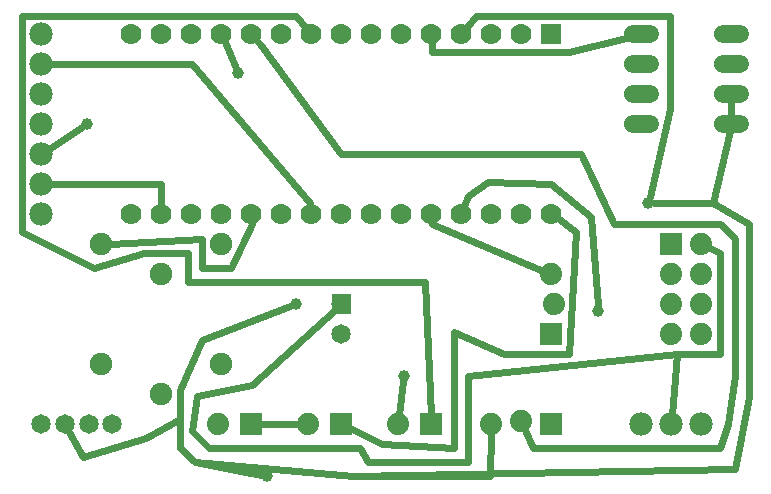
<source format=gtl>
G04 MADE WITH FRITZING*
G04 WWW.FRITZING.ORG*
G04 DOUBLE SIDED*
G04 HOLES PLATED*
G04 CONTOUR ON CENTER OF CONTOUR VECTOR*
%ASAXBY*%
%FSLAX23Y23*%
%MOIN*%
%OFA0B0*%
%SFA1.0B1.0*%
%ADD10C,0.075000*%
%ADD11C,0.039370*%
%ADD12C,0.074000*%
%ADD13C,0.065000*%
%ADD14C,0.058189*%
%ADD15C,0.078000*%
%ADD16C,0.070000*%
%ADD17R,0.074000X0.074000*%
%ADD18R,0.070000X0.069972*%
%ADD19C,0.024000*%
%ADD20R,0.001000X0.001000*%
%LNCOPPER1*%
G90*
G70*
G54D10*
X740Y837D03*
X740Y437D03*
X540Y737D03*
X540Y337D03*
X340Y837D03*
X340Y437D03*
G54D11*
X291Y1239D03*
X1995Y615D03*
X795Y1407D03*
X2163Y975D03*
X987Y639D03*
X1347Y399D03*
X891Y63D03*
G54D12*
X2340Y837D03*
X2340Y737D03*
X2340Y637D03*
X2340Y537D03*
X2240Y837D03*
X2240Y737D03*
X2240Y637D03*
X2240Y537D03*
G54D13*
X140Y237D03*
X219Y237D03*
X298Y237D03*
X376Y237D03*
G54D14*
X2140Y1537D03*
X2140Y1437D03*
X2140Y1337D03*
X2140Y1237D03*
X2440Y1237D03*
X2440Y1337D03*
X2440Y1437D03*
X2440Y1537D03*
G54D12*
X1140Y237D03*
X1030Y237D03*
X1140Y237D03*
X1030Y237D03*
X840Y237D03*
X730Y237D03*
X840Y237D03*
X730Y237D03*
X1440Y237D03*
X1330Y237D03*
X1440Y237D03*
X1330Y237D03*
G54D15*
X2340Y237D03*
X2240Y237D03*
X2140Y237D03*
G54D12*
X1840Y237D03*
X1740Y247D03*
X1640Y237D03*
X1840Y237D03*
X1740Y247D03*
X1640Y237D03*
G54D13*
X1140Y537D03*
X1140Y637D03*
X1140Y537D03*
X1140Y637D03*
G54D12*
X1840Y537D03*
X1850Y637D03*
X1840Y737D03*
X1840Y537D03*
X1850Y637D03*
X1840Y737D03*
G54D15*
X140Y1537D03*
X140Y1437D03*
X140Y1337D03*
X140Y1237D03*
X140Y1137D03*
X140Y1037D03*
X140Y937D03*
G54D16*
X1840Y1537D03*
X1740Y1537D03*
X1640Y1537D03*
X1540Y1537D03*
X1440Y1537D03*
X1340Y1537D03*
X1240Y1537D03*
X1140Y1537D03*
X1040Y1537D03*
X940Y1537D03*
X840Y1537D03*
X740Y1537D03*
X640Y1537D03*
X540Y1537D03*
X440Y1537D03*
X1840Y937D03*
X1740Y937D03*
X1640Y937D03*
X1540Y937D03*
X1440Y937D03*
X1340Y937D03*
X1240Y937D03*
X1140Y937D03*
X1040Y937D03*
X940Y937D03*
X840Y937D03*
X740Y937D03*
X640Y937D03*
X540Y937D03*
X440Y937D03*
G54D17*
X2240Y837D03*
G54D18*
X1840Y1537D03*
G54D19*
X871Y237D02*
X999Y237D01*
D02*
X2087Y1524D02*
X1899Y1479D01*
D02*
X1443Y903D02*
X1811Y749D01*
D02*
X1443Y908D02*
X1443Y903D01*
D02*
X1443Y1479D02*
X1442Y1507D01*
D02*
X1899Y1479D02*
X1443Y1479D01*
D02*
X843Y903D02*
X771Y759D01*
D02*
X843Y908D02*
X843Y903D01*
D02*
X675Y855D02*
X369Y838D01*
D02*
X675Y759D02*
X675Y855D01*
D02*
X771Y759D02*
X675Y759D01*
D02*
X275Y1228D02*
X165Y1153D01*
D02*
X641Y1436D02*
X1035Y975D01*
D02*
X170Y1436D02*
X641Y1436D01*
D02*
X1035Y975D02*
X1036Y965D01*
D02*
X170Y1037D02*
X540Y1036D01*
D02*
X483Y807D02*
X315Y759D01*
D02*
X627Y807D02*
X483Y807D01*
D02*
X627Y711D02*
X627Y807D01*
D02*
X1419Y711D02*
X627Y711D01*
D02*
X1439Y268D02*
X1419Y711D01*
D02*
X540Y1036D02*
X540Y966D01*
D02*
X987Y1599D02*
X1021Y1559D01*
D02*
X75Y1599D02*
X987Y1599D01*
D02*
X75Y879D02*
X75Y1599D01*
D02*
X315Y759D02*
X75Y879D01*
D02*
X1515Y543D02*
X1683Y471D01*
D02*
X1515Y159D02*
X1515Y543D01*
D02*
X1275Y171D02*
X1515Y159D01*
D02*
X1168Y223D02*
X1275Y171D01*
D02*
X1923Y879D02*
X1864Y920D01*
D02*
X1899Y471D02*
X1923Y879D01*
D02*
X1683Y471D02*
X1899Y471D01*
D02*
X2259Y471D02*
X2243Y267D01*
D02*
X2403Y471D02*
X2259Y471D01*
D02*
X2403Y807D02*
X2403Y471D01*
D02*
X2368Y823D02*
X2403Y807D01*
D02*
X843Y366D02*
X659Y331D01*
D02*
X659Y331D02*
X642Y213D01*
D02*
X642Y213D02*
X699Y159D01*
D02*
X1122Y620D02*
X843Y366D01*
D02*
X1563Y399D02*
X2259Y471D01*
D02*
X1563Y111D02*
X1563Y399D01*
D02*
X1227Y111D02*
X1563Y111D01*
D02*
X1203Y159D02*
X1227Y111D01*
D02*
X699Y159D02*
X1203Y159D01*
D02*
X1840Y1036D02*
X1971Y927D01*
D02*
X1629Y1044D02*
X1840Y1036D01*
D02*
X1563Y999D02*
X1629Y1044D01*
D02*
X1550Y964D02*
X1563Y999D01*
D02*
X1140Y1137D02*
X1939Y1137D01*
D02*
X867Y1503D02*
X1140Y1137D01*
D02*
X858Y1514D02*
X867Y1503D01*
D02*
X1971Y927D02*
X1994Y634D01*
D02*
X2050Y903D02*
X2403Y903D01*
D02*
X1939Y1137D02*
X2050Y903D01*
D02*
X1779Y159D02*
X1753Y218D01*
D02*
X2403Y159D02*
X1779Y159D01*
D02*
X2429Y239D02*
X2403Y159D01*
D02*
X2438Y309D02*
X2429Y239D01*
D02*
X2451Y399D02*
X2438Y309D01*
D02*
X2451Y855D02*
X2451Y399D01*
D02*
X2429Y880D02*
X2451Y855D01*
D02*
X2403Y903D02*
X2429Y880D01*
D02*
X788Y1424D02*
X751Y1510D01*
D02*
X2440Y1313D02*
X2440Y1260D01*
D02*
X2379Y975D02*
X2435Y1213D01*
D02*
X2182Y975D02*
X2379Y975D01*
D02*
X969Y632D02*
X675Y519D01*
D02*
X603Y159D02*
X651Y111D01*
D02*
X603Y351D02*
X603Y159D01*
D02*
X675Y519D02*
X603Y351D01*
D02*
X2499Y327D02*
X2499Y903D01*
D02*
X2451Y87D02*
X2499Y327D01*
D02*
X1179Y63D02*
X2451Y87D01*
D02*
X651Y111D02*
X1179Y63D01*
D02*
X2499Y903D02*
X2379Y975D01*
D02*
X1635Y63D02*
X1179Y63D01*
D02*
X1639Y205D02*
X1635Y63D01*
D02*
X1333Y267D02*
X1345Y380D01*
D02*
X1558Y1560D02*
X1587Y1599D01*
D02*
X2235Y1287D02*
X2167Y993D01*
D02*
X2235Y1599D02*
X2235Y1287D01*
D02*
X1587Y1599D02*
X2235Y1599D01*
D02*
X872Y67D02*
X651Y111D01*
D02*
X230Y216D02*
X279Y128D01*
D02*
X603Y255D02*
X603Y351D01*
D02*
X489Y192D02*
X603Y255D01*
D02*
X279Y128D02*
X489Y192D01*
G54D20*
X2105Y1566D02*
X2174Y1566D01*
X2405Y1566D02*
X2474Y1566D01*
X2102Y1565D02*
X2178Y1565D01*
X2402Y1565D02*
X2478Y1565D01*
X2099Y1564D02*
X2180Y1564D01*
X2399Y1564D02*
X2480Y1564D01*
X2097Y1563D02*
X2182Y1563D01*
X2397Y1563D02*
X2482Y1563D01*
X2095Y1562D02*
X2184Y1562D01*
X2395Y1562D02*
X2484Y1562D01*
X2094Y1561D02*
X2185Y1561D01*
X2394Y1561D02*
X2485Y1561D01*
X2093Y1560D02*
X2187Y1560D01*
X2393Y1560D02*
X2487Y1560D01*
X2091Y1559D02*
X2188Y1559D01*
X2391Y1559D02*
X2488Y1559D01*
X2090Y1558D02*
X2189Y1558D01*
X2390Y1558D02*
X2489Y1558D01*
X2089Y1557D02*
X2190Y1557D01*
X2389Y1557D02*
X2490Y1557D01*
X2089Y1556D02*
X2135Y1556D01*
X2145Y1556D02*
X2191Y1556D01*
X2389Y1556D02*
X2435Y1556D01*
X2445Y1556D02*
X2491Y1556D01*
X2088Y1555D02*
X2132Y1555D01*
X2148Y1555D02*
X2191Y1555D01*
X2388Y1555D02*
X2432Y1555D01*
X2448Y1555D02*
X2491Y1555D01*
X2087Y1554D02*
X2130Y1554D01*
X2149Y1554D02*
X2192Y1554D01*
X2387Y1554D02*
X2430Y1554D01*
X2449Y1554D02*
X2492Y1554D01*
X2086Y1553D02*
X2128Y1553D01*
X2151Y1553D02*
X2193Y1553D01*
X2386Y1553D02*
X2428Y1553D01*
X2451Y1553D02*
X2493Y1553D01*
X2086Y1552D02*
X2127Y1552D01*
X2152Y1552D02*
X2193Y1552D01*
X2386Y1552D02*
X2427Y1552D01*
X2452Y1552D02*
X2493Y1552D01*
X2085Y1551D02*
X2126Y1551D01*
X2154Y1551D02*
X2194Y1551D01*
X2385Y1551D02*
X2426Y1551D01*
X2453Y1551D02*
X2494Y1551D01*
X2085Y1550D02*
X2125Y1550D01*
X2154Y1550D02*
X2194Y1550D01*
X2385Y1550D02*
X2425Y1550D01*
X2454Y1550D02*
X2494Y1550D01*
X2084Y1549D02*
X2124Y1549D01*
X2155Y1549D02*
X2195Y1549D01*
X2384Y1549D02*
X2424Y1549D01*
X2455Y1549D02*
X2495Y1549D01*
X2084Y1548D02*
X2123Y1548D01*
X2156Y1548D02*
X2195Y1548D01*
X2384Y1548D02*
X2423Y1548D01*
X2456Y1548D02*
X2495Y1548D01*
X2083Y1547D02*
X2123Y1547D01*
X2157Y1547D02*
X2196Y1547D01*
X2383Y1547D02*
X2423Y1547D01*
X2457Y1547D02*
X2496Y1547D01*
X2083Y1546D02*
X2122Y1546D01*
X2157Y1546D02*
X2196Y1546D01*
X2383Y1546D02*
X2422Y1546D01*
X2457Y1546D02*
X2496Y1546D01*
X2083Y1545D02*
X2122Y1545D01*
X2158Y1545D02*
X2196Y1545D01*
X2383Y1545D02*
X2422Y1545D01*
X2458Y1545D02*
X2496Y1545D01*
X2083Y1544D02*
X2121Y1544D01*
X2158Y1544D02*
X2197Y1544D01*
X2383Y1544D02*
X2421Y1544D01*
X2458Y1544D02*
X2496Y1544D01*
X2082Y1543D02*
X2121Y1543D01*
X2158Y1543D02*
X2197Y1543D01*
X2382Y1543D02*
X2421Y1543D01*
X2458Y1543D02*
X2497Y1543D01*
X2082Y1542D02*
X2121Y1542D01*
X2159Y1542D02*
X2197Y1542D01*
X2382Y1542D02*
X2421Y1542D01*
X2459Y1542D02*
X2497Y1542D01*
X2082Y1541D02*
X2120Y1541D01*
X2159Y1541D02*
X2197Y1541D01*
X2382Y1541D02*
X2420Y1541D01*
X2459Y1541D02*
X2497Y1541D01*
X2082Y1540D02*
X2120Y1540D01*
X2159Y1540D02*
X2197Y1540D01*
X2382Y1540D02*
X2420Y1540D01*
X2459Y1540D02*
X2497Y1540D01*
X2082Y1539D02*
X2120Y1539D01*
X2159Y1539D02*
X2197Y1539D01*
X2382Y1539D02*
X2420Y1539D01*
X2459Y1539D02*
X2497Y1539D01*
X2082Y1538D02*
X2120Y1538D01*
X2159Y1538D02*
X2197Y1538D01*
X2382Y1538D02*
X2420Y1538D01*
X2459Y1538D02*
X2497Y1538D01*
X2082Y1537D02*
X2120Y1537D01*
X2159Y1537D02*
X2197Y1537D01*
X2382Y1537D02*
X2420Y1537D01*
X2459Y1537D02*
X2497Y1537D01*
X2082Y1536D02*
X2120Y1536D01*
X2159Y1536D02*
X2197Y1536D01*
X2382Y1536D02*
X2420Y1536D01*
X2459Y1536D02*
X2497Y1536D01*
X2082Y1535D02*
X2120Y1535D01*
X2159Y1535D02*
X2197Y1535D01*
X2382Y1535D02*
X2420Y1535D01*
X2459Y1535D02*
X2497Y1535D01*
X2082Y1534D02*
X2120Y1534D01*
X2159Y1534D02*
X2197Y1534D01*
X2382Y1534D02*
X2420Y1534D01*
X2459Y1534D02*
X2497Y1534D01*
X2082Y1533D02*
X2121Y1533D01*
X2159Y1533D02*
X2197Y1533D01*
X2382Y1533D02*
X2421Y1533D01*
X2459Y1533D02*
X2497Y1533D01*
X2082Y1532D02*
X2121Y1532D01*
X2158Y1532D02*
X2197Y1532D01*
X2382Y1532D02*
X2421Y1532D01*
X2458Y1532D02*
X2497Y1532D01*
X2083Y1531D02*
X2121Y1531D01*
X2158Y1531D02*
X2197Y1531D01*
X2383Y1531D02*
X2421Y1531D01*
X2458Y1531D02*
X2496Y1531D01*
X2083Y1530D02*
X2122Y1530D01*
X2158Y1530D02*
X2196Y1530D01*
X2383Y1530D02*
X2422Y1530D01*
X2458Y1530D02*
X2496Y1530D01*
X2083Y1529D02*
X2122Y1529D01*
X2157Y1529D02*
X2196Y1529D01*
X2383Y1529D02*
X2422Y1529D01*
X2457Y1529D02*
X2496Y1529D01*
X2083Y1528D02*
X2123Y1528D01*
X2157Y1528D02*
X2196Y1528D01*
X2383Y1528D02*
X2423Y1528D01*
X2457Y1528D02*
X2496Y1528D01*
X2084Y1527D02*
X2123Y1527D01*
X2156Y1527D02*
X2195Y1527D01*
X2384Y1527D02*
X2423Y1527D01*
X2456Y1527D02*
X2495Y1527D01*
X2084Y1526D02*
X2124Y1526D01*
X2155Y1526D02*
X2195Y1526D01*
X2384Y1526D02*
X2424Y1526D01*
X2455Y1526D02*
X2495Y1526D01*
X2085Y1525D02*
X2125Y1525D01*
X2154Y1525D02*
X2194Y1525D01*
X2385Y1525D02*
X2425Y1525D01*
X2454Y1525D02*
X2494Y1525D01*
X2085Y1524D02*
X2126Y1524D01*
X2154Y1524D02*
X2194Y1524D01*
X2385Y1524D02*
X2426Y1524D01*
X2454Y1524D02*
X2494Y1524D01*
X2086Y1523D02*
X2127Y1523D01*
X2152Y1523D02*
X2193Y1523D01*
X2386Y1523D02*
X2427Y1523D01*
X2452Y1523D02*
X2493Y1523D01*
X2086Y1522D02*
X2128Y1522D01*
X2151Y1522D02*
X2193Y1522D01*
X2386Y1522D02*
X2428Y1522D01*
X2451Y1522D02*
X2493Y1522D01*
X2087Y1521D02*
X2130Y1521D01*
X2150Y1521D02*
X2192Y1521D01*
X2387Y1521D02*
X2430Y1521D01*
X2450Y1521D02*
X2492Y1521D01*
X2088Y1520D02*
X2132Y1520D01*
X2148Y1520D02*
X2191Y1520D01*
X2388Y1520D02*
X2431Y1520D01*
X2448Y1520D02*
X2491Y1520D01*
X2089Y1519D02*
X2135Y1519D01*
X2145Y1519D02*
X2191Y1519D01*
X2389Y1519D02*
X2435Y1519D01*
X2445Y1519D02*
X2491Y1519D01*
X2089Y1518D02*
X2190Y1518D01*
X2389Y1518D02*
X2490Y1518D01*
X2090Y1517D02*
X2189Y1517D01*
X2390Y1517D02*
X2489Y1517D01*
X2091Y1516D02*
X2188Y1516D01*
X2391Y1516D02*
X2488Y1516D01*
X2093Y1515D02*
X2187Y1515D01*
X2393Y1515D02*
X2487Y1515D01*
X2094Y1514D02*
X2185Y1514D01*
X2394Y1514D02*
X2485Y1514D01*
X2095Y1513D02*
X2184Y1513D01*
X2395Y1513D02*
X2484Y1513D01*
X2097Y1512D02*
X2182Y1512D01*
X2397Y1512D02*
X2482Y1512D01*
X2099Y1511D02*
X2180Y1511D01*
X2399Y1511D02*
X2480Y1511D01*
X2102Y1510D02*
X2178Y1510D01*
X2402Y1510D02*
X2478Y1510D01*
X2105Y1509D02*
X2174Y1509D01*
X2405Y1509D02*
X2474Y1509D01*
X2105Y1466D02*
X2174Y1466D01*
X2405Y1466D02*
X2474Y1466D01*
X2101Y1465D02*
X2178Y1465D01*
X2401Y1465D02*
X2478Y1465D01*
X2099Y1464D02*
X2180Y1464D01*
X2399Y1464D02*
X2480Y1464D01*
X2097Y1463D02*
X2182Y1463D01*
X2397Y1463D02*
X2482Y1463D01*
X2095Y1462D02*
X2184Y1462D01*
X2395Y1462D02*
X2484Y1462D01*
X2094Y1461D02*
X2185Y1461D01*
X2394Y1461D02*
X2485Y1461D01*
X2093Y1460D02*
X2187Y1460D01*
X2393Y1460D02*
X2487Y1460D01*
X2091Y1459D02*
X2188Y1459D01*
X2391Y1459D02*
X2488Y1459D01*
X2090Y1458D02*
X2189Y1458D01*
X2390Y1458D02*
X2489Y1458D01*
X2089Y1457D02*
X2190Y1457D01*
X2389Y1457D02*
X2490Y1457D01*
X2089Y1456D02*
X2135Y1456D01*
X2145Y1456D02*
X2191Y1456D01*
X2389Y1456D02*
X2435Y1456D01*
X2445Y1456D02*
X2491Y1456D01*
X2088Y1455D02*
X2131Y1455D01*
X2148Y1455D02*
X2191Y1455D01*
X2388Y1455D02*
X2431Y1455D01*
X2448Y1455D02*
X2491Y1455D01*
X2087Y1454D02*
X2130Y1454D01*
X2150Y1454D02*
X2192Y1454D01*
X2387Y1454D02*
X2430Y1454D01*
X2450Y1454D02*
X2492Y1454D01*
X2086Y1453D02*
X2128Y1453D01*
X2151Y1453D02*
X2193Y1453D01*
X2386Y1453D02*
X2428Y1453D01*
X2451Y1453D02*
X2493Y1453D01*
X2086Y1452D02*
X2127Y1452D01*
X2152Y1452D02*
X2193Y1452D01*
X2386Y1452D02*
X2427Y1452D01*
X2452Y1452D02*
X2493Y1452D01*
X2085Y1451D02*
X2126Y1451D01*
X2154Y1451D02*
X2194Y1451D01*
X2385Y1451D02*
X2426Y1451D01*
X2454Y1451D02*
X2494Y1451D01*
X2085Y1450D02*
X2125Y1450D01*
X2154Y1450D02*
X2194Y1450D01*
X2385Y1450D02*
X2425Y1450D01*
X2454Y1450D02*
X2494Y1450D01*
X2084Y1449D02*
X2124Y1449D01*
X2155Y1449D02*
X2195Y1449D01*
X2384Y1449D02*
X2424Y1449D01*
X2455Y1449D02*
X2495Y1449D01*
X2084Y1448D02*
X2123Y1448D01*
X2156Y1448D02*
X2195Y1448D01*
X2384Y1448D02*
X2423Y1448D01*
X2456Y1448D02*
X2495Y1448D01*
X2083Y1447D02*
X2123Y1447D01*
X2157Y1447D02*
X2196Y1447D01*
X2383Y1447D02*
X2423Y1447D01*
X2457Y1447D02*
X2496Y1447D01*
X2083Y1446D02*
X2122Y1446D01*
X2157Y1446D02*
X2196Y1446D01*
X2383Y1446D02*
X2422Y1446D01*
X2457Y1446D02*
X2496Y1446D01*
X2083Y1445D02*
X2122Y1445D01*
X2158Y1445D02*
X2196Y1445D01*
X2383Y1445D02*
X2422Y1445D01*
X2458Y1445D02*
X2496Y1445D01*
X2083Y1444D02*
X2121Y1444D01*
X2158Y1444D02*
X2197Y1444D01*
X2383Y1444D02*
X2421Y1444D01*
X2458Y1444D02*
X2496Y1444D01*
X2082Y1443D02*
X2121Y1443D01*
X2158Y1443D02*
X2197Y1443D01*
X2382Y1443D02*
X2421Y1443D01*
X2458Y1443D02*
X2497Y1443D01*
X2082Y1442D02*
X2121Y1442D01*
X2159Y1442D02*
X2197Y1442D01*
X2382Y1442D02*
X2421Y1442D01*
X2459Y1442D02*
X2497Y1442D01*
X2082Y1441D02*
X2120Y1441D01*
X2159Y1441D02*
X2197Y1441D01*
X2382Y1441D02*
X2420Y1441D01*
X2459Y1441D02*
X2497Y1441D01*
X2082Y1440D02*
X2120Y1440D01*
X2159Y1440D02*
X2197Y1440D01*
X2382Y1440D02*
X2420Y1440D01*
X2459Y1440D02*
X2497Y1440D01*
X2082Y1439D02*
X2120Y1439D01*
X2159Y1439D02*
X2197Y1439D01*
X2382Y1439D02*
X2420Y1439D01*
X2459Y1439D02*
X2497Y1439D01*
X2082Y1438D02*
X2120Y1438D01*
X2159Y1438D02*
X2197Y1438D01*
X2382Y1438D02*
X2420Y1438D01*
X2459Y1438D02*
X2497Y1438D01*
X2082Y1437D02*
X2120Y1437D01*
X2159Y1437D02*
X2197Y1437D01*
X2382Y1437D02*
X2420Y1437D01*
X2459Y1437D02*
X2497Y1437D01*
X2082Y1436D02*
X2120Y1436D01*
X2159Y1436D02*
X2197Y1436D01*
X2382Y1436D02*
X2420Y1436D01*
X2459Y1436D02*
X2497Y1436D01*
X2082Y1435D02*
X2120Y1435D01*
X2159Y1435D02*
X2197Y1435D01*
X2382Y1435D02*
X2420Y1435D01*
X2459Y1435D02*
X2497Y1435D01*
X2082Y1434D02*
X2120Y1434D01*
X2159Y1434D02*
X2197Y1434D01*
X2382Y1434D02*
X2420Y1434D01*
X2459Y1434D02*
X2497Y1434D01*
X2082Y1433D02*
X2121Y1433D01*
X2159Y1433D02*
X2197Y1433D01*
X2382Y1433D02*
X2421Y1433D01*
X2459Y1433D02*
X2497Y1433D01*
X2082Y1432D02*
X2121Y1432D01*
X2158Y1432D02*
X2197Y1432D01*
X2382Y1432D02*
X2421Y1432D01*
X2458Y1432D02*
X2497Y1432D01*
X2083Y1431D02*
X2121Y1431D01*
X2158Y1431D02*
X2197Y1431D01*
X2383Y1431D02*
X2421Y1431D01*
X2458Y1431D02*
X2496Y1431D01*
X2083Y1430D02*
X2122Y1430D01*
X2158Y1430D02*
X2196Y1430D01*
X2383Y1430D02*
X2422Y1430D01*
X2458Y1430D02*
X2496Y1430D01*
X2083Y1429D02*
X2122Y1429D01*
X2157Y1429D02*
X2196Y1429D01*
X2383Y1429D02*
X2422Y1429D01*
X2457Y1429D02*
X2496Y1429D01*
X2084Y1428D02*
X2123Y1428D01*
X2157Y1428D02*
X2196Y1428D01*
X2383Y1428D02*
X2423Y1428D01*
X2457Y1428D02*
X2496Y1428D01*
X2084Y1427D02*
X2123Y1427D01*
X2156Y1427D02*
X2195Y1427D01*
X2384Y1427D02*
X2423Y1427D01*
X2456Y1427D02*
X2495Y1427D01*
X2084Y1426D02*
X2124Y1426D01*
X2155Y1426D02*
X2195Y1426D01*
X2384Y1426D02*
X2424Y1426D01*
X2455Y1426D02*
X2495Y1426D01*
X2085Y1425D02*
X2125Y1425D01*
X2154Y1425D02*
X2194Y1425D01*
X2385Y1425D02*
X2425Y1425D01*
X2454Y1425D02*
X2494Y1425D01*
X2085Y1424D02*
X2126Y1424D01*
X2153Y1424D02*
X2194Y1424D01*
X2385Y1424D02*
X2426Y1424D01*
X2453Y1424D02*
X2494Y1424D01*
X2086Y1423D02*
X2127Y1423D01*
X2152Y1423D02*
X2193Y1423D01*
X2386Y1423D02*
X2427Y1423D01*
X2452Y1423D02*
X2493Y1423D01*
X2086Y1422D02*
X2128Y1422D01*
X2151Y1422D02*
X2193Y1422D01*
X2386Y1422D02*
X2428Y1422D01*
X2451Y1422D02*
X2493Y1422D01*
X2087Y1421D02*
X2130Y1421D01*
X2149Y1421D02*
X2192Y1421D01*
X2387Y1421D02*
X2430Y1421D01*
X2449Y1421D02*
X2492Y1421D01*
X2088Y1420D02*
X2132Y1420D01*
X2148Y1420D02*
X2191Y1420D01*
X2388Y1420D02*
X2432Y1420D01*
X2448Y1420D02*
X2491Y1420D01*
X2089Y1419D02*
X2135Y1419D01*
X2144Y1419D02*
X2191Y1419D01*
X2389Y1419D02*
X2435Y1419D01*
X2444Y1419D02*
X2491Y1419D01*
X2089Y1418D02*
X2190Y1418D01*
X2389Y1418D02*
X2490Y1418D01*
X2090Y1417D02*
X2189Y1417D01*
X2390Y1417D02*
X2489Y1417D01*
X2091Y1416D02*
X2188Y1416D01*
X2391Y1416D02*
X2488Y1416D01*
X2093Y1415D02*
X2187Y1415D01*
X2393Y1415D02*
X2487Y1415D01*
X2094Y1414D02*
X2185Y1414D01*
X2394Y1414D02*
X2485Y1414D01*
X2095Y1413D02*
X2184Y1413D01*
X2395Y1413D02*
X2484Y1413D01*
X2097Y1412D02*
X2182Y1412D01*
X2397Y1412D02*
X2482Y1412D01*
X2099Y1411D02*
X2180Y1411D01*
X2399Y1411D02*
X2480Y1411D01*
X2102Y1410D02*
X2178Y1410D01*
X2402Y1410D02*
X2478Y1410D01*
X2105Y1409D02*
X2174Y1409D01*
X2405Y1409D02*
X2474Y1409D01*
X2105Y1366D02*
X2174Y1366D01*
X2405Y1366D02*
X2474Y1366D01*
X2101Y1365D02*
X2178Y1365D01*
X2401Y1365D02*
X2478Y1365D01*
X2099Y1364D02*
X2180Y1364D01*
X2399Y1364D02*
X2480Y1364D01*
X2097Y1363D02*
X2182Y1363D01*
X2397Y1363D02*
X2482Y1363D01*
X2095Y1362D02*
X2184Y1362D01*
X2395Y1362D02*
X2484Y1362D01*
X2094Y1361D02*
X2185Y1361D01*
X2394Y1361D02*
X2485Y1361D01*
X2092Y1360D02*
X2187Y1360D01*
X2392Y1360D02*
X2487Y1360D01*
X2091Y1359D02*
X2188Y1359D01*
X2391Y1359D02*
X2488Y1359D01*
X2090Y1358D02*
X2189Y1358D01*
X2390Y1358D02*
X2489Y1358D01*
X2089Y1357D02*
X2190Y1357D01*
X2389Y1357D02*
X2490Y1357D01*
X2088Y1356D02*
X2134Y1356D01*
X2145Y1356D02*
X2191Y1356D01*
X2388Y1356D02*
X2434Y1356D01*
X2445Y1356D02*
X2491Y1356D01*
X2088Y1355D02*
X2131Y1355D01*
X2148Y1355D02*
X2191Y1355D01*
X2388Y1355D02*
X2431Y1355D01*
X2448Y1355D02*
X2491Y1355D01*
X2087Y1354D02*
X2130Y1354D01*
X2150Y1354D02*
X2192Y1354D01*
X2387Y1354D02*
X2430Y1354D01*
X2450Y1354D02*
X2492Y1354D01*
X2086Y1353D02*
X2128Y1353D01*
X2151Y1353D02*
X2193Y1353D01*
X2386Y1353D02*
X2428Y1353D01*
X2451Y1353D02*
X2493Y1353D01*
X2086Y1352D02*
X2127Y1352D01*
X2152Y1352D02*
X2193Y1352D01*
X2386Y1352D02*
X2427Y1352D01*
X2452Y1352D02*
X2493Y1352D01*
X2085Y1351D02*
X2126Y1351D01*
X2154Y1351D02*
X2194Y1351D01*
X2385Y1351D02*
X2426Y1351D01*
X2454Y1351D02*
X2494Y1351D01*
X2085Y1350D02*
X2125Y1350D01*
X2154Y1350D02*
X2194Y1350D01*
X2385Y1350D02*
X2425Y1350D01*
X2454Y1350D02*
X2494Y1350D01*
X2084Y1349D02*
X2124Y1349D01*
X2155Y1349D02*
X2195Y1349D01*
X2384Y1349D02*
X2424Y1349D01*
X2455Y1349D02*
X2495Y1349D01*
X2084Y1348D02*
X2123Y1348D01*
X2156Y1348D02*
X2195Y1348D01*
X2384Y1348D02*
X2423Y1348D01*
X2456Y1348D02*
X2495Y1348D01*
X2083Y1347D02*
X2123Y1347D01*
X2157Y1347D02*
X2196Y1347D01*
X2383Y1347D02*
X2423Y1347D01*
X2457Y1347D02*
X2496Y1347D01*
X2083Y1346D02*
X2122Y1346D01*
X2157Y1346D02*
X2196Y1346D01*
X2383Y1346D02*
X2422Y1346D01*
X2457Y1346D02*
X2496Y1346D01*
X2083Y1345D02*
X2122Y1345D01*
X2158Y1345D02*
X2196Y1345D01*
X2383Y1345D02*
X2422Y1345D01*
X2458Y1345D02*
X2496Y1345D01*
X2083Y1344D02*
X2121Y1344D01*
X2158Y1344D02*
X2197Y1344D01*
X2383Y1344D02*
X2421Y1344D01*
X2458Y1344D02*
X2497Y1344D01*
X2082Y1343D02*
X2121Y1343D01*
X2158Y1343D02*
X2197Y1343D01*
X2382Y1343D02*
X2421Y1343D01*
X2458Y1343D02*
X2497Y1343D01*
X2082Y1342D02*
X2121Y1342D01*
X2159Y1342D02*
X2197Y1342D01*
X2382Y1342D02*
X2421Y1342D01*
X2459Y1342D02*
X2497Y1342D01*
X2082Y1341D02*
X2120Y1341D01*
X2159Y1341D02*
X2197Y1341D01*
X2382Y1341D02*
X2420Y1341D01*
X2459Y1341D02*
X2497Y1341D01*
X2082Y1340D02*
X2120Y1340D01*
X2159Y1340D02*
X2197Y1340D01*
X2382Y1340D02*
X2420Y1340D01*
X2459Y1340D02*
X2497Y1340D01*
X2082Y1339D02*
X2120Y1339D01*
X2159Y1339D02*
X2197Y1339D01*
X2382Y1339D02*
X2420Y1339D01*
X2459Y1339D02*
X2497Y1339D01*
X2082Y1338D02*
X2120Y1338D01*
X2159Y1338D02*
X2197Y1338D01*
X2382Y1338D02*
X2420Y1338D01*
X2459Y1338D02*
X2497Y1338D01*
X2082Y1337D02*
X2120Y1337D01*
X2159Y1337D02*
X2197Y1337D01*
X2382Y1337D02*
X2420Y1337D01*
X2459Y1337D02*
X2497Y1337D01*
X2082Y1336D02*
X2120Y1336D01*
X2159Y1336D02*
X2197Y1336D01*
X2382Y1336D02*
X2420Y1336D01*
X2459Y1336D02*
X2497Y1336D01*
X2082Y1335D02*
X2120Y1335D01*
X2159Y1335D02*
X2197Y1335D01*
X2382Y1335D02*
X2420Y1335D01*
X2459Y1335D02*
X2497Y1335D01*
X2082Y1334D02*
X2120Y1334D01*
X2159Y1334D02*
X2197Y1334D01*
X2382Y1334D02*
X2420Y1334D01*
X2459Y1334D02*
X2497Y1334D01*
X2082Y1333D02*
X2121Y1333D01*
X2159Y1333D02*
X2197Y1333D01*
X2382Y1333D02*
X2421Y1333D01*
X2459Y1333D02*
X2497Y1333D01*
X2082Y1332D02*
X2121Y1332D01*
X2158Y1332D02*
X2197Y1332D01*
X2382Y1332D02*
X2421Y1332D01*
X2458Y1332D02*
X2497Y1332D01*
X2083Y1331D02*
X2121Y1331D01*
X2158Y1331D02*
X2196Y1331D01*
X2383Y1331D02*
X2421Y1331D01*
X2458Y1331D02*
X2496Y1331D01*
X2083Y1330D02*
X2122Y1330D01*
X2158Y1330D02*
X2196Y1330D01*
X2383Y1330D02*
X2422Y1330D01*
X2458Y1330D02*
X2496Y1330D01*
X2083Y1329D02*
X2122Y1329D01*
X2157Y1329D02*
X2196Y1329D01*
X2383Y1329D02*
X2422Y1329D01*
X2457Y1329D02*
X2496Y1329D01*
X2084Y1328D02*
X2123Y1328D01*
X2157Y1328D02*
X2196Y1328D01*
X2384Y1328D02*
X2423Y1328D01*
X2456Y1328D02*
X2496Y1328D01*
X2084Y1327D02*
X2123Y1327D01*
X2156Y1327D02*
X2195Y1327D01*
X2384Y1327D02*
X2423Y1327D01*
X2456Y1327D02*
X2495Y1327D01*
X2084Y1326D02*
X2124Y1326D01*
X2155Y1326D02*
X2195Y1326D01*
X2384Y1326D02*
X2424Y1326D01*
X2455Y1326D02*
X2495Y1326D01*
X2085Y1325D02*
X2125Y1325D01*
X2154Y1325D02*
X2194Y1325D01*
X2385Y1325D02*
X2425Y1325D01*
X2454Y1325D02*
X2494Y1325D01*
X2085Y1324D02*
X2126Y1324D01*
X2153Y1324D02*
X2194Y1324D01*
X2385Y1324D02*
X2426Y1324D01*
X2453Y1324D02*
X2494Y1324D01*
X2086Y1323D02*
X2127Y1323D01*
X2152Y1323D02*
X2193Y1323D01*
X2386Y1323D02*
X2427Y1323D01*
X2452Y1323D02*
X2493Y1323D01*
X2086Y1322D02*
X2128Y1322D01*
X2151Y1322D02*
X2193Y1322D01*
X2386Y1322D02*
X2428Y1322D01*
X2451Y1322D02*
X2493Y1322D01*
X2087Y1321D02*
X2130Y1321D01*
X2149Y1321D02*
X2192Y1321D01*
X2387Y1321D02*
X2430Y1321D01*
X2449Y1321D02*
X2492Y1321D01*
X2088Y1320D02*
X2132Y1320D01*
X2147Y1320D02*
X2191Y1320D01*
X2388Y1320D02*
X2432Y1320D01*
X2447Y1320D02*
X2491Y1320D01*
X2089Y1319D02*
X2135Y1319D01*
X2144Y1319D02*
X2191Y1319D01*
X2389Y1319D02*
X2435Y1319D01*
X2444Y1319D02*
X2491Y1319D01*
X2089Y1318D02*
X2190Y1318D01*
X2389Y1318D02*
X2490Y1318D01*
X2090Y1317D02*
X2189Y1317D01*
X2390Y1317D02*
X2489Y1317D01*
X2091Y1316D02*
X2188Y1316D01*
X2391Y1316D02*
X2488Y1316D01*
X2093Y1315D02*
X2187Y1315D01*
X2393Y1315D02*
X2487Y1315D01*
X2094Y1314D02*
X2185Y1314D01*
X2394Y1314D02*
X2485Y1314D01*
X2095Y1313D02*
X2184Y1313D01*
X2395Y1313D02*
X2484Y1313D01*
X2097Y1312D02*
X2182Y1312D01*
X2397Y1312D02*
X2482Y1312D01*
X2099Y1311D02*
X2180Y1311D01*
X2399Y1311D02*
X2480Y1311D01*
X2102Y1310D02*
X2177Y1310D01*
X2402Y1310D02*
X2477Y1310D01*
X2106Y1309D02*
X2174Y1309D01*
X2406Y1309D02*
X2474Y1309D01*
X2105Y1266D02*
X2174Y1266D01*
X2405Y1266D02*
X2474Y1266D01*
X2101Y1265D02*
X2178Y1265D01*
X2401Y1265D02*
X2478Y1265D01*
X2099Y1264D02*
X2180Y1264D01*
X2399Y1264D02*
X2480Y1264D01*
X2097Y1263D02*
X2182Y1263D01*
X2397Y1263D02*
X2482Y1263D01*
X2095Y1262D02*
X2184Y1262D01*
X2395Y1262D02*
X2484Y1262D01*
X2094Y1261D02*
X2185Y1261D01*
X2394Y1261D02*
X2485Y1261D01*
X2092Y1260D02*
X2187Y1260D01*
X2392Y1260D02*
X2487Y1260D01*
X2091Y1259D02*
X2188Y1259D01*
X2391Y1259D02*
X2488Y1259D01*
X2090Y1258D02*
X2189Y1258D01*
X2390Y1258D02*
X2489Y1258D01*
X2089Y1257D02*
X2190Y1257D01*
X2389Y1257D02*
X2490Y1257D01*
X2088Y1256D02*
X2134Y1256D01*
X2145Y1256D02*
X2191Y1256D01*
X2388Y1256D02*
X2434Y1256D01*
X2445Y1256D02*
X2491Y1256D01*
X2088Y1255D02*
X2131Y1255D01*
X2148Y1255D02*
X2191Y1255D01*
X2388Y1255D02*
X2431Y1255D01*
X2448Y1255D02*
X2491Y1255D01*
X2087Y1254D02*
X2129Y1254D01*
X2150Y1254D02*
X2192Y1254D01*
X2387Y1254D02*
X2429Y1254D01*
X2450Y1254D02*
X2492Y1254D01*
X2086Y1253D02*
X2128Y1253D01*
X2151Y1253D02*
X2193Y1253D01*
X2386Y1253D02*
X2428Y1253D01*
X2451Y1253D02*
X2493Y1253D01*
X2086Y1252D02*
X2127Y1252D01*
X2152Y1252D02*
X2193Y1252D01*
X2386Y1252D02*
X2427Y1252D01*
X2452Y1252D02*
X2493Y1252D01*
X2085Y1251D02*
X2126Y1251D01*
X2154Y1251D02*
X2194Y1251D01*
X2385Y1251D02*
X2426Y1251D01*
X2454Y1251D02*
X2494Y1251D01*
X2085Y1250D02*
X2125Y1250D01*
X2154Y1250D02*
X2194Y1250D01*
X2385Y1250D02*
X2425Y1250D01*
X2454Y1250D02*
X2494Y1250D01*
X2084Y1249D02*
X2124Y1249D01*
X2155Y1249D02*
X2195Y1249D01*
X2384Y1249D02*
X2424Y1249D01*
X2455Y1249D02*
X2495Y1249D01*
X2084Y1248D02*
X2123Y1248D01*
X2156Y1248D02*
X2195Y1248D01*
X2384Y1248D02*
X2423Y1248D01*
X2456Y1248D02*
X2495Y1248D01*
X2083Y1247D02*
X2123Y1247D01*
X2157Y1247D02*
X2196Y1247D01*
X2383Y1247D02*
X2423Y1247D01*
X2457Y1247D02*
X2496Y1247D01*
X2083Y1246D02*
X2122Y1246D01*
X2157Y1246D02*
X2196Y1246D01*
X2383Y1246D02*
X2422Y1246D01*
X2457Y1246D02*
X2496Y1246D01*
X2083Y1245D02*
X2122Y1245D01*
X2158Y1245D02*
X2196Y1245D01*
X2383Y1245D02*
X2421Y1245D01*
X2458Y1245D02*
X2496Y1245D01*
X2083Y1244D02*
X2121Y1244D01*
X2158Y1244D02*
X2197Y1244D01*
X2383Y1244D02*
X2421Y1244D01*
X2458Y1244D02*
X2497Y1244D01*
X2082Y1243D02*
X2121Y1243D01*
X2158Y1243D02*
X2197Y1243D01*
X2382Y1243D02*
X2421Y1243D01*
X2458Y1243D02*
X2497Y1243D01*
X2082Y1242D02*
X2121Y1242D01*
X2159Y1242D02*
X2197Y1242D01*
X2382Y1242D02*
X2421Y1242D01*
X2459Y1242D02*
X2497Y1242D01*
X2082Y1241D02*
X2120Y1241D01*
X2159Y1241D02*
X2197Y1241D01*
X2382Y1241D02*
X2420Y1241D01*
X2459Y1241D02*
X2497Y1241D01*
X2082Y1240D02*
X2120Y1240D01*
X2159Y1240D02*
X2197Y1240D01*
X2382Y1240D02*
X2420Y1240D01*
X2459Y1240D02*
X2497Y1240D01*
X2082Y1239D02*
X2120Y1239D01*
X2159Y1239D02*
X2197Y1239D01*
X2382Y1239D02*
X2420Y1239D01*
X2459Y1239D02*
X2497Y1239D01*
X2082Y1238D02*
X2120Y1238D01*
X2159Y1238D02*
X2197Y1238D01*
X2382Y1238D02*
X2420Y1238D01*
X2459Y1238D02*
X2497Y1238D01*
X2082Y1237D02*
X2120Y1237D01*
X2159Y1237D02*
X2197Y1237D01*
X2382Y1237D02*
X2420Y1237D01*
X2459Y1237D02*
X2497Y1237D01*
X2082Y1236D02*
X2120Y1236D01*
X2159Y1236D02*
X2197Y1236D01*
X2382Y1236D02*
X2420Y1236D01*
X2459Y1236D02*
X2497Y1236D01*
X2082Y1235D02*
X2120Y1235D01*
X2159Y1235D02*
X2197Y1235D01*
X2382Y1235D02*
X2420Y1235D01*
X2459Y1235D02*
X2497Y1235D01*
X2082Y1234D02*
X2120Y1234D01*
X2159Y1234D02*
X2197Y1234D01*
X2382Y1234D02*
X2420Y1234D01*
X2459Y1234D02*
X2497Y1234D01*
X2082Y1233D02*
X2121Y1233D01*
X2159Y1233D02*
X2197Y1233D01*
X2382Y1233D02*
X2421Y1233D01*
X2459Y1233D02*
X2497Y1233D01*
X2082Y1232D02*
X2121Y1232D01*
X2158Y1232D02*
X2197Y1232D01*
X2382Y1232D02*
X2421Y1232D01*
X2458Y1232D02*
X2497Y1232D01*
X2083Y1231D02*
X2121Y1231D01*
X2158Y1231D02*
X2196Y1231D01*
X2383Y1231D02*
X2421Y1231D01*
X2458Y1231D02*
X2496Y1231D01*
X2083Y1230D02*
X2122Y1230D01*
X2158Y1230D02*
X2196Y1230D01*
X2383Y1230D02*
X2422Y1230D01*
X2458Y1230D02*
X2496Y1230D01*
X2083Y1229D02*
X2122Y1229D01*
X2157Y1229D02*
X2196Y1229D01*
X2383Y1229D02*
X2422Y1229D01*
X2457Y1229D02*
X2496Y1229D01*
X2084Y1228D02*
X2123Y1228D01*
X2156Y1228D02*
X2196Y1228D01*
X2384Y1228D02*
X2423Y1228D01*
X2456Y1228D02*
X2496Y1228D01*
X2084Y1227D02*
X2123Y1227D01*
X2156Y1227D02*
X2195Y1227D01*
X2384Y1227D02*
X2423Y1227D01*
X2456Y1227D02*
X2495Y1227D01*
X2084Y1226D02*
X2124Y1226D01*
X2155Y1226D02*
X2195Y1226D01*
X2384Y1226D02*
X2424Y1226D01*
X2455Y1226D02*
X2495Y1226D01*
X2085Y1225D02*
X2125Y1225D01*
X2154Y1225D02*
X2194Y1225D01*
X2385Y1225D02*
X2425Y1225D01*
X2454Y1225D02*
X2494Y1225D01*
X2085Y1224D02*
X2126Y1224D01*
X2153Y1224D02*
X2194Y1224D01*
X2385Y1224D02*
X2426Y1224D01*
X2453Y1224D02*
X2494Y1224D01*
X2086Y1223D02*
X2127Y1223D01*
X2152Y1223D02*
X2193Y1223D01*
X2386Y1223D02*
X2427Y1223D01*
X2452Y1223D02*
X2493Y1223D01*
X2086Y1222D02*
X2128Y1222D01*
X2151Y1222D02*
X2193Y1222D01*
X2386Y1222D02*
X2428Y1222D01*
X2451Y1222D02*
X2493Y1222D01*
X2087Y1221D02*
X2130Y1221D01*
X2149Y1221D02*
X2192Y1221D01*
X2387Y1221D02*
X2430Y1221D01*
X2449Y1221D02*
X2492Y1221D01*
X2088Y1220D02*
X2132Y1220D01*
X2147Y1220D02*
X2191Y1220D01*
X2388Y1220D02*
X2432Y1220D01*
X2447Y1220D02*
X2491Y1220D01*
X2089Y1219D02*
X2135Y1219D01*
X2144Y1219D02*
X2191Y1219D01*
X2389Y1219D02*
X2435Y1219D01*
X2444Y1219D02*
X2491Y1219D01*
X2090Y1218D02*
X2190Y1218D01*
X2390Y1218D02*
X2490Y1218D01*
X2090Y1217D02*
X2189Y1217D01*
X2390Y1217D02*
X2489Y1217D01*
X2092Y1216D02*
X2188Y1216D01*
X2392Y1216D02*
X2488Y1216D01*
X2093Y1215D02*
X2186Y1215D01*
X2393Y1215D02*
X2486Y1215D01*
X2094Y1214D02*
X2185Y1214D01*
X2394Y1214D02*
X2485Y1214D01*
X2095Y1213D02*
X2184Y1213D01*
X2395Y1213D02*
X2484Y1213D01*
X2097Y1212D02*
X2182Y1212D01*
X2397Y1212D02*
X2482Y1212D01*
X2099Y1211D02*
X2180Y1211D01*
X2399Y1211D02*
X2480Y1211D01*
X2102Y1210D02*
X2177Y1210D01*
X2402Y1210D02*
X2477Y1210D01*
X2106Y1209D02*
X2173Y1209D01*
X2406Y1209D02*
X2473Y1209D01*
X1108Y670D02*
X1171Y670D01*
X1108Y669D02*
X1172Y669D01*
X1108Y668D02*
X1172Y668D01*
X1108Y667D02*
X1172Y667D01*
X1108Y666D02*
X1172Y666D01*
X1108Y665D02*
X1172Y665D01*
X1108Y664D02*
X1172Y664D01*
X1108Y663D02*
X1172Y663D01*
X1108Y662D02*
X1172Y662D01*
X1108Y661D02*
X1172Y661D01*
X1108Y660D02*
X1172Y660D01*
X1108Y659D02*
X1172Y659D01*
X1108Y658D02*
X1172Y658D01*
X1108Y657D02*
X1172Y657D01*
X1108Y656D02*
X1172Y656D01*
X1108Y655D02*
X1172Y655D01*
X1108Y654D02*
X1172Y654D01*
X1108Y653D02*
X1172Y653D01*
X1108Y652D02*
X1172Y652D01*
X1108Y651D02*
X1135Y651D01*
X1144Y651D02*
X1172Y651D01*
X1108Y650D02*
X1133Y650D01*
X1146Y650D02*
X1172Y650D01*
X1108Y649D02*
X1131Y649D01*
X1148Y649D02*
X1172Y649D01*
X1108Y648D02*
X1130Y648D01*
X1149Y648D02*
X1172Y648D01*
X1108Y647D02*
X1129Y647D01*
X1150Y647D02*
X1172Y647D01*
X1108Y646D02*
X1128Y646D01*
X1151Y646D02*
X1172Y646D01*
X1108Y645D02*
X1127Y645D01*
X1152Y645D02*
X1172Y645D01*
X1108Y644D02*
X1127Y644D01*
X1152Y644D02*
X1172Y644D01*
X1108Y643D02*
X1126Y643D01*
X1153Y643D02*
X1172Y643D01*
X1108Y642D02*
X1126Y642D01*
X1153Y642D02*
X1172Y642D01*
X1108Y641D02*
X1126Y641D01*
X1154Y641D02*
X1172Y641D01*
X1108Y640D02*
X1125Y640D01*
X1154Y640D02*
X1172Y640D01*
X1108Y639D02*
X1125Y639D01*
X1154Y639D02*
X1172Y639D01*
X1108Y638D02*
X1125Y638D01*
X1154Y638D02*
X1172Y638D01*
X1108Y637D02*
X1125Y637D01*
X1154Y637D02*
X1172Y637D01*
X1108Y636D02*
X1125Y636D01*
X1154Y636D02*
X1172Y636D01*
X1108Y635D02*
X1126Y635D01*
X1154Y635D02*
X1172Y635D01*
X1108Y634D02*
X1126Y634D01*
X1153Y634D02*
X1172Y634D01*
X1108Y633D02*
X1126Y633D01*
X1153Y633D02*
X1172Y633D01*
X1108Y632D02*
X1127Y632D01*
X1152Y632D02*
X1172Y632D01*
X1108Y631D02*
X1127Y631D01*
X1152Y631D02*
X1172Y631D01*
X1108Y630D02*
X1128Y630D01*
X1151Y630D02*
X1172Y630D01*
X1108Y629D02*
X1129Y629D01*
X1151Y629D02*
X1172Y629D01*
X1108Y628D02*
X1129Y628D01*
X1150Y628D02*
X1172Y628D01*
X1108Y627D02*
X1131Y627D01*
X1148Y627D02*
X1172Y627D01*
X1108Y626D02*
X1132Y626D01*
X1147Y626D02*
X1172Y626D01*
X1108Y625D02*
X1134Y625D01*
X1145Y625D02*
X1172Y625D01*
X1108Y624D02*
X1172Y624D01*
X1108Y623D02*
X1172Y623D01*
X1108Y622D02*
X1172Y622D01*
X1108Y621D02*
X1172Y621D01*
X1108Y620D02*
X1172Y620D01*
X1108Y619D02*
X1172Y619D01*
X1108Y618D02*
X1172Y618D01*
X1108Y617D02*
X1172Y617D01*
X1108Y616D02*
X1172Y616D01*
X1108Y615D02*
X1172Y615D01*
X1108Y614D02*
X1172Y614D01*
X1108Y613D02*
X1172Y613D01*
X1108Y612D02*
X1172Y612D01*
X1108Y611D02*
X1172Y611D01*
X1108Y610D02*
X1172Y610D01*
X1108Y609D02*
X1172Y609D01*
X1108Y608D02*
X1172Y608D01*
X1108Y607D02*
X1172Y607D01*
X1108Y606D02*
X1172Y606D01*
X1803Y574D02*
X1876Y574D01*
X1803Y573D02*
X1876Y573D01*
X1803Y572D02*
X1876Y572D01*
X1803Y571D02*
X1876Y571D01*
X1803Y570D02*
X1876Y570D01*
X1803Y569D02*
X1876Y569D01*
X1803Y568D02*
X1876Y568D01*
X1803Y567D02*
X1876Y567D01*
X1803Y566D02*
X1876Y566D01*
X1803Y565D02*
X1876Y565D01*
X1803Y564D02*
X1876Y564D01*
X1803Y563D02*
X1876Y563D01*
X1803Y562D02*
X1876Y562D01*
X1803Y561D02*
X1876Y561D01*
X1803Y560D02*
X1876Y560D01*
X1803Y559D02*
X1876Y559D01*
X1803Y558D02*
X1876Y558D01*
X1803Y557D02*
X1834Y557D01*
X1846Y557D02*
X1876Y557D01*
X1803Y556D02*
X1831Y556D01*
X1848Y556D02*
X1876Y556D01*
X1803Y555D02*
X1829Y555D01*
X1850Y555D02*
X1876Y555D01*
X1803Y554D02*
X1827Y554D01*
X1852Y554D02*
X1876Y554D01*
X1803Y553D02*
X1826Y553D01*
X1853Y553D02*
X1876Y553D01*
X1803Y552D02*
X1825Y552D01*
X1854Y552D02*
X1876Y552D01*
X1803Y551D02*
X1824Y551D01*
X1855Y551D02*
X1876Y551D01*
X1803Y550D02*
X1823Y550D01*
X1856Y550D02*
X1876Y550D01*
X1803Y549D02*
X1823Y549D01*
X1857Y549D02*
X1876Y549D01*
X1803Y548D02*
X1822Y548D01*
X1857Y548D02*
X1876Y548D01*
X1803Y547D02*
X1821Y547D01*
X1858Y547D02*
X1876Y547D01*
X1803Y546D02*
X1821Y546D01*
X1858Y546D02*
X1876Y546D01*
X1803Y545D02*
X1820Y545D01*
X1859Y545D02*
X1876Y545D01*
X1803Y544D02*
X1820Y544D01*
X1859Y544D02*
X1876Y544D01*
X1803Y543D02*
X1820Y543D01*
X1859Y543D02*
X1876Y543D01*
X1803Y542D02*
X1820Y542D01*
X1860Y542D02*
X1876Y542D01*
X1803Y541D02*
X1819Y541D01*
X1860Y541D02*
X1876Y541D01*
X1803Y540D02*
X1819Y540D01*
X1860Y540D02*
X1876Y540D01*
X1803Y539D02*
X1819Y539D01*
X1860Y539D02*
X1876Y539D01*
X1803Y538D02*
X1819Y538D01*
X1860Y538D02*
X1876Y538D01*
X1803Y537D02*
X1819Y537D01*
X1860Y537D02*
X1876Y537D01*
X1803Y536D02*
X1819Y536D01*
X1860Y536D02*
X1876Y536D01*
X1803Y535D02*
X1819Y535D01*
X1860Y535D02*
X1876Y535D01*
X1803Y534D02*
X1819Y534D01*
X1860Y534D02*
X1876Y534D01*
X1803Y533D02*
X1820Y533D01*
X1859Y533D02*
X1876Y533D01*
X1803Y532D02*
X1820Y532D01*
X1859Y532D02*
X1876Y532D01*
X1803Y531D02*
X1820Y531D01*
X1859Y531D02*
X1876Y531D01*
X1803Y530D02*
X1821Y530D01*
X1858Y530D02*
X1876Y530D01*
X1803Y529D02*
X1821Y529D01*
X1858Y529D02*
X1876Y529D01*
X1803Y528D02*
X1822Y528D01*
X1857Y528D02*
X1876Y528D01*
X1803Y527D02*
X1822Y527D01*
X1857Y527D02*
X1876Y527D01*
X1803Y526D02*
X1823Y526D01*
X1856Y526D02*
X1876Y526D01*
X1803Y525D02*
X1824Y525D01*
X1855Y525D02*
X1876Y525D01*
X1803Y524D02*
X1825Y524D01*
X1854Y524D02*
X1876Y524D01*
X1803Y523D02*
X1826Y523D01*
X1853Y523D02*
X1876Y523D01*
X1803Y522D02*
X1827Y522D01*
X1852Y522D02*
X1876Y522D01*
X1803Y521D02*
X1828Y521D01*
X1851Y521D02*
X1876Y521D01*
X1803Y520D02*
X1830Y520D01*
X1849Y520D02*
X1876Y520D01*
X1803Y519D02*
X1833Y519D01*
X1846Y519D02*
X1876Y519D01*
X1803Y518D02*
X1838Y518D01*
X1841Y518D02*
X1876Y518D01*
X1803Y517D02*
X1876Y517D01*
X1803Y516D02*
X1876Y516D01*
X1803Y515D02*
X1876Y515D01*
X1803Y514D02*
X1876Y514D01*
X1803Y513D02*
X1876Y513D01*
X1803Y512D02*
X1876Y512D01*
X1803Y511D02*
X1876Y511D01*
X1803Y510D02*
X1876Y510D01*
X1803Y509D02*
X1876Y509D01*
X1803Y508D02*
X1876Y508D01*
X1803Y507D02*
X1876Y507D01*
X1803Y506D02*
X1876Y506D01*
X1803Y505D02*
X1876Y505D01*
X1803Y504D02*
X1876Y504D01*
X1803Y503D02*
X1876Y503D01*
X1803Y502D02*
X1876Y502D01*
X1803Y501D02*
X1876Y501D01*
X803Y274D02*
X876Y274D01*
X1103Y274D02*
X1176Y274D01*
X1403Y274D02*
X1476Y274D01*
X1803Y274D02*
X1876Y274D01*
X803Y273D02*
X876Y273D01*
X1103Y273D02*
X1176Y273D01*
X1403Y273D02*
X1476Y273D01*
X1803Y273D02*
X1876Y273D01*
X803Y272D02*
X876Y272D01*
X1103Y272D02*
X1176Y272D01*
X1403Y272D02*
X1476Y272D01*
X1803Y272D02*
X1876Y272D01*
X803Y271D02*
X876Y271D01*
X1103Y271D02*
X1176Y271D01*
X1403Y271D02*
X1476Y271D01*
X1803Y271D02*
X1876Y271D01*
X803Y270D02*
X876Y270D01*
X1103Y270D02*
X1176Y270D01*
X1403Y270D02*
X1476Y270D01*
X1803Y270D02*
X1876Y270D01*
X803Y269D02*
X876Y269D01*
X1103Y269D02*
X1176Y269D01*
X1403Y269D02*
X1476Y269D01*
X1803Y269D02*
X1876Y269D01*
X803Y268D02*
X876Y268D01*
X1103Y268D02*
X1176Y268D01*
X1403Y268D02*
X1476Y268D01*
X1803Y268D02*
X1876Y268D01*
X803Y267D02*
X876Y267D01*
X1103Y267D02*
X1176Y267D01*
X1403Y267D02*
X1476Y267D01*
X1803Y267D02*
X1876Y267D01*
X803Y266D02*
X876Y266D01*
X1103Y266D02*
X1176Y266D01*
X1403Y266D02*
X1476Y266D01*
X1803Y266D02*
X1876Y266D01*
X803Y265D02*
X876Y265D01*
X1103Y265D02*
X1176Y265D01*
X1403Y265D02*
X1476Y265D01*
X1803Y265D02*
X1876Y265D01*
X803Y264D02*
X876Y264D01*
X1103Y264D02*
X1176Y264D01*
X1403Y264D02*
X1476Y264D01*
X1803Y264D02*
X1876Y264D01*
X803Y263D02*
X876Y263D01*
X1103Y263D02*
X1176Y263D01*
X1403Y263D02*
X1476Y263D01*
X1803Y263D02*
X1876Y263D01*
X803Y262D02*
X876Y262D01*
X1103Y262D02*
X1176Y262D01*
X1403Y262D02*
X1476Y262D01*
X1803Y262D02*
X1876Y262D01*
X803Y261D02*
X876Y261D01*
X1103Y261D02*
X1176Y261D01*
X1403Y261D02*
X1476Y261D01*
X1803Y261D02*
X1876Y261D01*
X803Y260D02*
X876Y260D01*
X1103Y260D02*
X1176Y260D01*
X1403Y260D02*
X1476Y260D01*
X1803Y260D02*
X1876Y260D01*
X803Y259D02*
X876Y259D01*
X1103Y259D02*
X1176Y259D01*
X1403Y259D02*
X1476Y259D01*
X1803Y259D02*
X1876Y259D01*
X803Y258D02*
X876Y258D01*
X1103Y258D02*
X1176Y258D01*
X1403Y258D02*
X1476Y258D01*
X1803Y258D02*
X1876Y258D01*
X803Y257D02*
X833Y257D01*
X846Y257D02*
X876Y257D01*
X1103Y257D02*
X1133Y257D01*
X1146Y257D02*
X1176Y257D01*
X1403Y257D02*
X1433Y257D01*
X1446Y257D02*
X1476Y257D01*
X1803Y257D02*
X1833Y257D01*
X1846Y257D02*
X1876Y257D01*
X803Y256D02*
X831Y256D01*
X849Y256D02*
X876Y256D01*
X1103Y256D02*
X1131Y256D01*
X1149Y256D02*
X1176Y256D01*
X1403Y256D02*
X1431Y256D01*
X1449Y256D02*
X1476Y256D01*
X1803Y256D02*
X1831Y256D01*
X1849Y256D02*
X1876Y256D01*
X803Y255D02*
X829Y255D01*
X850Y255D02*
X876Y255D01*
X1103Y255D02*
X1129Y255D01*
X1150Y255D02*
X1176Y255D01*
X1403Y255D02*
X1429Y255D01*
X1450Y255D02*
X1476Y255D01*
X1803Y255D02*
X1829Y255D01*
X1850Y255D02*
X1876Y255D01*
X803Y254D02*
X827Y254D01*
X852Y254D02*
X876Y254D01*
X1103Y254D02*
X1127Y254D01*
X1152Y254D02*
X1176Y254D01*
X1403Y254D02*
X1427Y254D01*
X1452Y254D02*
X1476Y254D01*
X1803Y254D02*
X1827Y254D01*
X1852Y254D02*
X1876Y254D01*
X803Y253D02*
X826Y253D01*
X853Y253D02*
X876Y253D01*
X1103Y253D02*
X1126Y253D01*
X1153Y253D02*
X1176Y253D01*
X1403Y253D02*
X1426Y253D01*
X1453Y253D02*
X1476Y253D01*
X1803Y253D02*
X1826Y253D01*
X1853Y253D02*
X1876Y253D01*
X803Y252D02*
X825Y252D01*
X854Y252D02*
X876Y252D01*
X1103Y252D02*
X1125Y252D01*
X1154Y252D02*
X1176Y252D01*
X1403Y252D02*
X1425Y252D01*
X1454Y252D02*
X1476Y252D01*
X1803Y252D02*
X1825Y252D01*
X1854Y252D02*
X1876Y252D01*
X803Y251D02*
X824Y251D01*
X855Y251D02*
X876Y251D01*
X1103Y251D02*
X1124Y251D01*
X1155Y251D02*
X1176Y251D01*
X1403Y251D02*
X1424Y251D01*
X1455Y251D02*
X1476Y251D01*
X1803Y251D02*
X1824Y251D01*
X1855Y251D02*
X1876Y251D01*
X803Y250D02*
X823Y250D01*
X856Y250D02*
X876Y250D01*
X1103Y250D02*
X1123Y250D01*
X1156Y250D02*
X1176Y250D01*
X1403Y250D02*
X1423Y250D01*
X1456Y250D02*
X1476Y250D01*
X1803Y250D02*
X1823Y250D01*
X1856Y250D02*
X1876Y250D01*
X803Y249D02*
X822Y249D01*
X857Y249D02*
X876Y249D01*
X1103Y249D02*
X1122Y249D01*
X1157Y249D02*
X1176Y249D01*
X1403Y249D02*
X1422Y249D01*
X1457Y249D02*
X1476Y249D01*
X1803Y249D02*
X1822Y249D01*
X1857Y249D02*
X1876Y249D01*
X803Y248D02*
X822Y248D01*
X857Y248D02*
X876Y248D01*
X1103Y248D02*
X1122Y248D01*
X1157Y248D02*
X1176Y248D01*
X1403Y248D02*
X1422Y248D01*
X1457Y248D02*
X1476Y248D01*
X1803Y248D02*
X1822Y248D01*
X1857Y248D02*
X1876Y248D01*
X803Y247D02*
X821Y247D01*
X858Y247D02*
X876Y247D01*
X1103Y247D02*
X1121Y247D01*
X1158Y247D02*
X1176Y247D01*
X1403Y247D02*
X1421Y247D01*
X1458Y247D02*
X1476Y247D01*
X1803Y247D02*
X1821Y247D01*
X1858Y247D02*
X1876Y247D01*
X803Y246D02*
X821Y246D01*
X858Y246D02*
X876Y246D01*
X1103Y246D02*
X1121Y246D01*
X1158Y246D02*
X1176Y246D01*
X1403Y246D02*
X1421Y246D01*
X1458Y246D02*
X1476Y246D01*
X1803Y246D02*
X1821Y246D01*
X1858Y246D02*
X1876Y246D01*
X803Y245D02*
X820Y245D01*
X859Y245D02*
X876Y245D01*
X1103Y245D02*
X1120Y245D01*
X1159Y245D02*
X1176Y245D01*
X1403Y245D02*
X1420Y245D01*
X1459Y245D02*
X1476Y245D01*
X1803Y245D02*
X1820Y245D01*
X1859Y245D02*
X1876Y245D01*
X803Y244D02*
X820Y244D01*
X859Y244D02*
X876Y244D01*
X1103Y244D02*
X1120Y244D01*
X1159Y244D02*
X1176Y244D01*
X1403Y244D02*
X1420Y244D01*
X1459Y244D02*
X1476Y244D01*
X1803Y244D02*
X1820Y244D01*
X1859Y244D02*
X1876Y244D01*
X803Y243D02*
X820Y243D01*
X859Y243D02*
X876Y243D01*
X1103Y243D02*
X1120Y243D01*
X1159Y243D02*
X1176Y243D01*
X1403Y243D02*
X1420Y243D01*
X1459Y243D02*
X1476Y243D01*
X1803Y243D02*
X1820Y243D01*
X1859Y243D02*
X1876Y243D01*
X803Y242D02*
X820Y242D01*
X860Y242D02*
X876Y242D01*
X1103Y242D02*
X1120Y242D01*
X1160Y242D02*
X1176Y242D01*
X1403Y242D02*
X1420Y242D01*
X1460Y242D02*
X1476Y242D01*
X1803Y242D02*
X1820Y242D01*
X1860Y242D02*
X1876Y242D01*
X803Y241D02*
X819Y241D01*
X860Y241D02*
X876Y241D01*
X1103Y241D02*
X1119Y241D01*
X1160Y241D02*
X1176Y241D01*
X1403Y241D02*
X1419Y241D01*
X1460Y241D02*
X1476Y241D01*
X1803Y241D02*
X1819Y241D01*
X1860Y241D02*
X1876Y241D01*
X803Y240D02*
X819Y240D01*
X860Y240D02*
X876Y240D01*
X1103Y240D02*
X1119Y240D01*
X1160Y240D02*
X1176Y240D01*
X1403Y240D02*
X1419Y240D01*
X1460Y240D02*
X1476Y240D01*
X1803Y240D02*
X1819Y240D01*
X1860Y240D02*
X1876Y240D01*
X803Y239D02*
X819Y239D01*
X860Y239D02*
X876Y239D01*
X1103Y239D02*
X1119Y239D01*
X1160Y239D02*
X1176Y239D01*
X1403Y239D02*
X1419Y239D01*
X1460Y239D02*
X1476Y239D01*
X1803Y239D02*
X1819Y239D01*
X1860Y239D02*
X1876Y239D01*
X803Y238D02*
X819Y238D01*
X860Y238D02*
X876Y238D01*
X1103Y238D02*
X1119Y238D01*
X1160Y238D02*
X1176Y238D01*
X1403Y238D02*
X1419Y238D01*
X1460Y238D02*
X1476Y238D01*
X1803Y238D02*
X1819Y238D01*
X1860Y238D02*
X1876Y238D01*
X803Y237D02*
X819Y237D01*
X860Y237D02*
X876Y237D01*
X1103Y237D02*
X1119Y237D01*
X1160Y237D02*
X1176Y237D01*
X1403Y237D02*
X1419Y237D01*
X1460Y237D02*
X1476Y237D01*
X1803Y237D02*
X1819Y237D01*
X1860Y237D02*
X1876Y237D01*
X803Y236D02*
X819Y236D01*
X860Y236D02*
X876Y236D01*
X1103Y236D02*
X1119Y236D01*
X1160Y236D02*
X1176Y236D01*
X1403Y236D02*
X1419Y236D01*
X1460Y236D02*
X1476Y236D01*
X1803Y236D02*
X1819Y236D01*
X1860Y236D02*
X1876Y236D01*
X803Y235D02*
X819Y235D01*
X860Y235D02*
X876Y235D01*
X1103Y235D02*
X1119Y235D01*
X1160Y235D02*
X1176Y235D01*
X1403Y235D02*
X1419Y235D01*
X1460Y235D02*
X1476Y235D01*
X1803Y235D02*
X1819Y235D01*
X1860Y235D02*
X1876Y235D01*
X803Y234D02*
X820Y234D01*
X860Y234D02*
X876Y234D01*
X1103Y234D02*
X1120Y234D01*
X1160Y234D02*
X1176Y234D01*
X1403Y234D02*
X1420Y234D01*
X1460Y234D02*
X1476Y234D01*
X1803Y234D02*
X1820Y234D01*
X1860Y234D02*
X1876Y234D01*
X803Y233D02*
X820Y233D01*
X859Y233D02*
X876Y233D01*
X1103Y233D02*
X1120Y233D01*
X1159Y233D02*
X1176Y233D01*
X1403Y233D02*
X1420Y233D01*
X1459Y233D02*
X1476Y233D01*
X1803Y233D02*
X1820Y233D01*
X1859Y233D02*
X1876Y233D01*
X803Y232D02*
X820Y232D01*
X859Y232D02*
X876Y232D01*
X1103Y232D02*
X1120Y232D01*
X1159Y232D02*
X1176Y232D01*
X1403Y232D02*
X1420Y232D01*
X1459Y232D02*
X1476Y232D01*
X1803Y232D02*
X1820Y232D01*
X1859Y232D02*
X1876Y232D01*
X803Y231D02*
X820Y231D01*
X859Y231D02*
X876Y231D01*
X1103Y231D02*
X1120Y231D01*
X1159Y231D02*
X1176Y231D01*
X1403Y231D02*
X1420Y231D01*
X1459Y231D02*
X1476Y231D01*
X1803Y231D02*
X1820Y231D01*
X1859Y231D02*
X1876Y231D01*
X803Y230D02*
X821Y230D01*
X858Y230D02*
X876Y230D01*
X1103Y230D02*
X1121Y230D01*
X1158Y230D02*
X1176Y230D01*
X1403Y230D02*
X1421Y230D01*
X1458Y230D02*
X1476Y230D01*
X1803Y230D02*
X1821Y230D01*
X1858Y230D02*
X1876Y230D01*
X803Y229D02*
X821Y229D01*
X858Y229D02*
X876Y229D01*
X1103Y229D02*
X1121Y229D01*
X1158Y229D02*
X1176Y229D01*
X1403Y229D02*
X1421Y229D01*
X1458Y229D02*
X1476Y229D01*
X1803Y229D02*
X1821Y229D01*
X1858Y229D02*
X1876Y229D01*
X803Y228D02*
X822Y228D01*
X857Y228D02*
X876Y228D01*
X1103Y228D02*
X1122Y228D01*
X1157Y228D02*
X1176Y228D01*
X1403Y228D02*
X1422Y228D01*
X1457Y228D02*
X1476Y228D01*
X1803Y228D02*
X1822Y228D01*
X1857Y228D02*
X1876Y228D01*
X803Y227D02*
X822Y227D01*
X857Y227D02*
X876Y227D01*
X1103Y227D02*
X1122Y227D01*
X1157Y227D02*
X1176Y227D01*
X1403Y227D02*
X1422Y227D01*
X1457Y227D02*
X1476Y227D01*
X1803Y227D02*
X1822Y227D01*
X1857Y227D02*
X1876Y227D01*
X803Y226D02*
X823Y226D01*
X856Y226D02*
X876Y226D01*
X1103Y226D02*
X1123Y226D01*
X1156Y226D02*
X1176Y226D01*
X1403Y226D02*
X1423Y226D01*
X1456Y226D02*
X1476Y226D01*
X1803Y226D02*
X1823Y226D01*
X1856Y226D02*
X1876Y226D01*
X803Y225D02*
X824Y225D01*
X855Y225D02*
X876Y225D01*
X1103Y225D02*
X1124Y225D01*
X1155Y225D02*
X1176Y225D01*
X1403Y225D02*
X1424Y225D01*
X1455Y225D02*
X1476Y225D01*
X1803Y225D02*
X1824Y225D01*
X1855Y225D02*
X1876Y225D01*
X803Y224D02*
X825Y224D01*
X854Y224D02*
X876Y224D01*
X1103Y224D02*
X1125Y224D01*
X1154Y224D02*
X1176Y224D01*
X1403Y224D02*
X1425Y224D01*
X1454Y224D02*
X1476Y224D01*
X1803Y224D02*
X1825Y224D01*
X1854Y224D02*
X1876Y224D01*
X803Y223D02*
X826Y223D01*
X853Y223D02*
X876Y223D01*
X1103Y223D02*
X1126Y223D01*
X1153Y223D02*
X1176Y223D01*
X1403Y223D02*
X1426Y223D01*
X1453Y223D02*
X1476Y223D01*
X1803Y223D02*
X1826Y223D01*
X1853Y223D02*
X1876Y223D01*
X803Y222D02*
X827Y222D01*
X852Y222D02*
X876Y222D01*
X1103Y222D02*
X1127Y222D01*
X1152Y222D02*
X1176Y222D01*
X1403Y222D02*
X1427Y222D01*
X1452Y222D02*
X1476Y222D01*
X1803Y222D02*
X1827Y222D01*
X1852Y222D02*
X1876Y222D01*
X803Y221D02*
X829Y221D01*
X851Y221D02*
X876Y221D01*
X1103Y221D02*
X1129Y221D01*
X1151Y221D02*
X1176Y221D01*
X1403Y221D02*
X1429Y221D01*
X1451Y221D02*
X1476Y221D01*
X1803Y221D02*
X1829Y221D01*
X1851Y221D02*
X1876Y221D01*
X803Y220D02*
X830Y220D01*
X849Y220D02*
X876Y220D01*
X1103Y220D02*
X1130Y220D01*
X1149Y220D02*
X1176Y220D01*
X1403Y220D02*
X1430Y220D01*
X1449Y220D02*
X1476Y220D01*
X1803Y220D02*
X1830Y220D01*
X1849Y220D02*
X1876Y220D01*
X803Y219D02*
X833Y219D01*
X846Y219D02*
X876Y219D01*
X1103Y219D02*
X1133Y219D01*
X1146Y219D02*
X1176Y219D01*
X1403Y219D02*
X1433Y219D01*
X1446Y219D02*
X1476Y219D01*
X1803Y219D02*
X1833Y219D01*
X1846Y219D02*
X1876Y219D01*
X803Y218D02*
X876Y218D01*
X1103Y218D02*
X1176Y218D01*
X1403Y218D02*
X1476Y218D01*
X1803Y218D02*
X1876Y218D01*
X803Y217D02*
X876Y217D01*
X1103Y217D02*
X1176Y217D01*
X1403Y217D02*
X1476Y217D01*
X1803Y217D02*
X1876Y217D01*
X803Y216D02*
X876Y216D01*
X1103Y216D02*
X1176Y216D01*
X1403Y216D02*
X1476Y216D01*
X1803Y216D02*
X1876Y216D01*
X803Y215D02*
X876Y215D01*
X1103Y215D02*
X1176Y215D01*
X1403Y215D02*
X1476Y215D01*
X1803Y215D02*
X1876Y215D01*
X803Y214D02*
X876Y214D01*
X1103Y214D02*
X1176Y214D01*
X1403Y214D02*
X1476Y214D01*
X1803Y214D02*
X1876Y214D01*
X803Y213D02*
X876Y213D01*
X1103Y213D02*
X1176Y213D01*
X1403Y213D02*
X1476Y213D01*
X1803Y213D02*
X1876Y213D01*
X803Y212D02*
X876Y212D01*
X1103Y212D02*
X1176Y212D01*
X1403Y212D02*
X1476Y212D01*
X1803Y212D02*
X1876Y212D01*
X803Y211D02*
X876Y211D01*
X1103Y211D02*
X1176Y211D01*
X1403Y211D02*
X1476Y211D01*
X1803Y211D02*
X1876Y211D01*
X803Y210D02*
X876Y210D01*
X1103Y210D02*
X1176Y210D01*
X1403Y210D02*
X1476Y210D01*
X1803Y210D02*
X1876Y210D01*
X803Y209D02*
X876Y209D01*
X1103Y209D02*
X1176Y209D01*
X1403Y209D02*
X1476Y209D01*
X1803Y209D02*
X1876Y209D01*
X803Y208D02*
X876Y208D01*
X1103Y208D02*
X1176Y208D01*
X1403Y208D02*
X1476Y208D01*
X1803Y208D02*
X1876Y208D01*
X803Y207D02*
X876Y207D01*
X1103Y207D02*
X1176Y207D01*
X1403Y207D02*
X1476Y207D01*
X1803Y207D02*
X1876Y207D01*
X803Y206D02*
X876Y206D01*
X1103Y206D02*
X1176Y206D01*
X1403Y206D02*
X1476Y206D01*
X1803Y206D02*
X1876Y206D01*
X803Y205D02*
X876Y205D01*
X1103Y205D02*
X1176Y205D01*
X1403Y205D02*
X1476Y205D01*
X1803Y205D02*
X1876Y205D01*
X803Y204D02*
X876Y204D01*
X1103Y204D02*
X1176Y204D01*
X1403Y204D02*
X1476Y204D01*
X1803Y204D02*
X1876Y204D01*
X803Y203D02*
X876Y203D01*
X1103Y203D02*
X1176Y203D01*
X1403Y203D02*
X1476Y203D01*
X1803Y203D02*
X1876Y203D01*
X803Y202D02*
X876Y202D01*
X1103Y202D02*
X1176Y202D01*
X1403Y202D02*
X1476Y202D01*
X1803Y202D02*
X1876Y202D01*
X804Y201D02*
X876Y201D01*
X1104Y201D02*
X1176Y201D01*
X1404Y201D02*
X1476Y201D01*
X1804Y201D02*
X1876Y201D01*
D02*
G04 End of Copper1*
M02*
</source>
